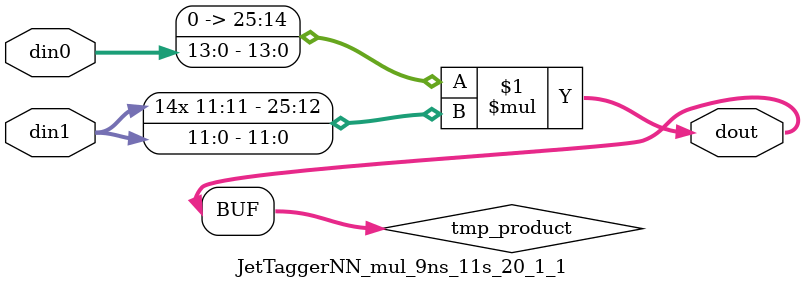
<source format=v>

`timescale 1 ns / 1 ps

  module JetTaggerNN_mul_9ns_11s_20_1_1(din0, din1, dout);
parameter ID = 1;
parameter NUM_STAGE = 0;
parameter din0_WIDTH = 14;
parameter din1_WIDTH = 12;
parameter dout_WIDTH = 26;

input [din0_WIDTH - 1 : 0] din0; 
input [din1_WIDTH - 1 : 0] din1; 
output [dout_WIDTH - 1 : 0] dout;

wire signed [dout_WIDTH - 1 : 0] tmp_product;











assign tmp_product = $signed({1'b0, din0}) * $signed(din1);










assign dout = tmp_product;







endmodule

</source>
